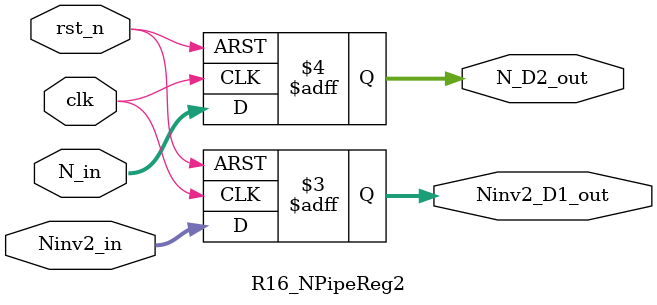
<source format=v>
`timescale 1 ns/1 ps                                  
module R16_NPipeReg2(Ninv2_D1_out,                    
                     N_D2_out,                        
					 Ninv2_in,                           
                     N_in,                            
                     rst_n,                           
                     clk                              
                     ) ;                              
                                                      
parameter P_WIDTH     = 64 ;                          
parameter P_ZERO      = 64'h0 ;                       
parameter P1_ZERO     = 65'h0 ;                       
                                                      
                                                      
output [P_WIDTH:0]   Ninv2_D1_out ;                   
output [P_WIDTH-1:0] N_D2_out ;                       
                                                      
input [P_WIDTH:0]    Ninv2_in ;                       
input [P_WIDTH-1:0]  N_in ;                           
input                rst_n ;                          
input                clk ;                            
                                                      
reg [P_WIDTH-1:0]  N_D2_out ;                         
reg [P_WIDTH:0]    Ninv2_D1_out ;                     
                                                      
	//                                                   
	always @(posedge clk or negedge rst_n) begin         
		if(~rst_n) begin                                 
			N_D2_out <= P_ZERO ;                         
			Ninv2_D1_out <= P1_ZERO ;                    
		end                                              
		else begin                                       
			N_D2_out <= N_in ;                           
			Ninv2_D1_out <= Ninv2_in ;                   
		end                                              
	end                                                  
                                                      
endmodule                                             

</source>
